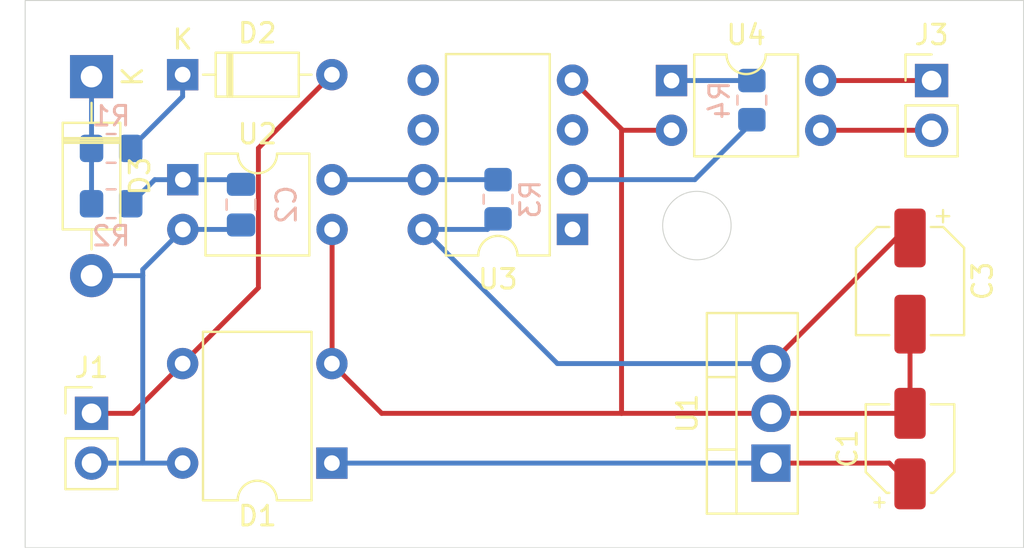
<source format=kicad_pcb>
(kicad_pcb (version 20221018) (generator pcbnew)
  (title_block (title "ocodonv") (date "2023-08-09") (rev "1.0") (company "movatica"))
  (layers (0 "F.Cu" signal) (31 "B.Cu" signal) (34 "B.Paste" user) (35 "F.Paste" user) (36 "B.SilkS" user "B.Silkscreen") (37 "F.SilkS" user "F.Silkscreen") (38 "B.Mask" user) (39 "F.Mask" user) (44 "Edge.Cuts" user))
  (net 0 "")
  (net 1 "GND")
  (net 2 "+3V3")
  (net 3 "PB3")
  (net 4 "TO")
  (net 5 "Net-(D3-A)")
  (net 6 "Net-(D1-+)")
  (net 7 "Net-(D3-K)")
  (net 8 "Net-(J3-Pin_1)")
  (net 9 "Net-(J3-Pin_2)")
  (net 14 "Net-(C2-Pad1)")
  (net 15 "Net-(D2-A)")
  (net 16 "Net-(D2-K)")
  (net 17 "Net-(R4-Pad1)")
  (footprint "Package_DIP:DIP-4_W7.62mm" (layer "F.Cu") (at 48.262051 19.276922)
    (fp_text reference "U4" (at 3.81 -2.33) (layer "F.SilkS"))
    (fp_text value "PC817")
    (fp_line (start 1.16 -1.33) (end 1.16 3.87) (stroke (width 0.12)) (layer "F.SilkS"))
    (fp_line (start 1.16 3.87) (end 6.46 3.87) (stroke (width 0.12)) (layer "F.SilkS"))
    (fp_line (start 2.81 -1.33) (end 1.16 -1.33) (stroke (width 0.12)) (layer "F.SilkS"))
    (fp_line (start 6.46 -1.33) (end 4.81 -1.33) (stroke (width 0.12)) (layer "F.SilkS"))
    (fp_line (start 6.46 3.87) (end 6.46 -1.33) (stroke (width 0.12)) (layer "F.SilkS"))
    (fp_arc (start 4.81 -1.33) (mid 3.81 -0.33) (end 2.81 -1.33) (stroke (width 0.12)) (layer "F.SilkS"))
    (pad "1" thru_hole rect (at 0 0) (size 1.6 1.6) (drill 0.8) (layers "*.Cu" "*.Mask") (net 17 "Net-(R4-Pad1)"))
    (pad "2" thru_hole oval (at 0 2.54) (size 1.6 1.6) (drill 0.8) (layers "*.Cu" "*.Mask") (net 1 "GND"))
    (pad "3" thru_hole oval (at 7.62 2.54) (size 1.6 1.6) (drill 0.8) (layers "*.Cu" "*.Mask") (net 9 "Net-(J3-Pin_2)"))
    (pad "4" thru_hole oval (at 7.62 0) (size 1.6 1.6) (drill 0.8) (layers "*.Cu" "*.Mask") (net 8 "Net-(J3-Pin_1)"))
  )
  (footprint "Diode_THT:D_DO-35_SOD27_P7.62mm_Horizontal" (layer "F.Cu") (at 23.305928 18.976922)
    (fp_text reference "D2" (at 3.81 -2.12) (layer "F.SilkS"))
    (fp_text value "1N4148")
    (fp_text user "K" (at 0 -1.8) (layer "F.SilkS"))
    (fp_line (start 1.04 0) (end 1.69 0) (stroke (width 0.12)) (layer "F.SilkS"))
    (fp_line (start 1.69 -1.12) (end 1.69 1.12) (stroke (width 0.12)) (layer "F.SilkS"))
    (fp_line (start 1.69 1.12) (end 5.93 1.12) (stroke (width 0.12)) (layer "F.SilkS"))
    (fp_line (start 2.29 -1.12) (end 2.29 1.12) (stroke (width 0.12)) (layer "F.SilkS"))
    (fp_line (start 2.41 -1.12) (end 2.41 1.12) (stroke (width 0.12)) (layer "F.SilkS"))
    (fp_line (start 2.53 -1.12) (end 2.53 1.12) (stroke (width 0.12)) (layer "F.SilkS"))
    (fp_line (start 5.93 -1.12) (end 1.69 -1.12) (stroke (width 0.12)) (layer "F.SilkS"))
    (fp_line (start 5.93 1.12) (end 5.93 -1.12) (stroke (width 0.12)) (layer "F.SilkS"))
    (fp_line (start 6.58 0) (end 5.93 0) (stroke (width 0.12)) (layer "F.SilkS"))
    (pad "1" thru_hole rect (at 0 0) (size 1.6 1.6) (drill 0.8) (layers "*.Cu" "*.Mask") (net 16 "Net-(D2-K)"))
    (pad "2" thru_hole oval (at 7.62 0) (size 1.6 1.6) (drill 0.8) (layers "*.Cu" "*.Mask") (net 15 "Net-(D2-A)"))
  )
  (footprint "Diode_THT:D_DO-41_SOD81_P10.16mm_Horizontal" (layer "F.Cu") (at 18.655607 19.076922 -90)
    (fp_text reference "D3" (at 5.08 -2.47 90) (layer "F.SilkS"))
    (fp_text value "1N4728A")
    (fp_text user "K" (at 0 -2.1 90) (layer "F.SilkS"))
    (fp_line (start 1.34 0) (end 2.36 0) (stroke (width 0.12)) (layer "F.SilkS"))
    (fp_line (start 2.36 -1.47) (end 2.36 1.47) (stroke (width 0.12)) (layer "F.SilkS"))
    (fp_line (start 2.36 1.47) (end 7.8 1.47) (stroke (width 0.12)) (layer "F.SilkS"))
    (fp_line (start 3.14 -1.47) (end 3.14 1.47) (stroke (width 0.12)) (layer "F.SilkS"))
    (fp_line (start 3.26 -1.47) (end 3.26 1.47) (stroke (width 0.12)) (layer "F.SilkS"))
    (fp_line (start 3.38 -1.47) (end 3.38 1.47) (stroke (width 0.12)) (layer "F.SilkS"))
    (fp_line (start 7.8 -1.47) (end 2.36 -1.47) (stroke (width 0.12)) (layer "F.SilkS"))
    (fp_line (start 7.8 1.47) (end 7.8 -1.47) (stroke (width 0.12)) (layer "F.SilkS"))
    (fp_line (start 8.82 0) (end 7.8 0) (stroke (width 0.12)) (layer "F.SilkS"))
    (pad "1" thru_hole rect (at 0 0 270) (size 2.2 2.2) (drill 1.1) (layers "*.Cu" "*.Mask") (net 7 "Net-(D3-K)"))
    (pad "2" thru_hole oval (at 10.16 0 270) (size 2.2 2.2) (drill 1.1) (layers "*.Cu" "*.Mask") (net 5 "Net-(D3-A)"))
  )
  (footprint "Capacitor_SMD:CP_Elec_5x5.4" (layer "F.Cu") (at 60.438278 29.513419 -90)
    (fp_text reference "C3" (at 0 -3.7 90) (layer "F.SilkS"))
    (fp_text value "100uF")
    (fp_line (start -3.625 -1.685) (end -3 -1.685) (stroke (width 0.12)) (layer "F.SilkS"))
    (fp_line (start -3.3125 -1.9975) (end -3.3125 -1.3725) (stroke (width 0.12)) (layer "F.SilkS"))
    (fp_line (start -2.76 -1.695563) (end -2.76 -1.06) (stroke (width 0.12)) (layer "F.SilkS"))
    (fp_line (start -2.76 -1.695563) (end -1.695563 -2.76) (stroke (width 0.12)) (layer "F.SilkS"))
    (fp_line (start -2.76 1.695563) (end -2.76 1.06) (stroke (width 0.12)) (layer "F.SilkS"))
    (fp_line (start -2.76 1.695563) (end -1.695563 2.76) (stroke (width 0.12)) (layer "F.SilkS"))
    (fp_line (start -1.695563 -2.76) (end 2.76 -2.76) (stroke (width 0.12)) (layer "F.SilkS"))
    (fp_line (start -1.695563 2.76) (end 2.76 2.76) (stroke (width 0.12)) (layer "F.SilkS"))
    (fp_line (start 2.76 -2.76) (end 2.76 -1.06) (stroke (width 0.12)) (layer "F.SilkS"))
    (fp_line (start 2.76 2.76) (end 2.76 1.06) (stroke (width 0.12)) (layer "F.SilkS"))
    (pad "1" smd roundrect (at -2.2 0 270) (size 3 1.6) (layers "F.Cu" "F.Paste" "F.Mask") (roundrect_rratio 0.15625) (net 2 "+3V3"))
    (pad "2" smd roundrect (at 2.2 0 270) (size 3 1.6) (layers "F.Cu" "F.Paste" "F.Mask") (roundrect_rratio 0.15625) (net 1 "GND"))
  )
  (footprint "Connector_PinHeader_2.54mm:PinHeader_1x02_P2.54mm_Vertical" (layer "F.Cu") (at 61.538278 19.276922)
    (fp_text reference "J3" (at 0 -2.33) (layer "F.SilkS"))
    (fp_text value "Conn_01x02")
    (fp_line (start -1.33 -1.33) (end 0 -1.33) (stroke (width 0.12)) (layer "F.SilkS"))
    (fp_line (start -1.33 0) (end -1.33 -1.33) (stroke (width 0.12)) (layer "F.SilkS"))
    (fp_line (start -1.33 1.27) (end -1.33 3.87) (stroke (width 0.12)) (layer "F.SilkS"))
    (fp_line (start -1.33 1.27) (end 1.33 1.27) (stroke (width 0.12)) (layer "F.SilkS"))
    (fp_line (start -1.33 3.87) (end 1.33 3.87) (stroke (width 0.12)) (layer "F.SilkS"))
    (fp_line (start 1.33 1.27) (end 1.33 3.87) (stroke (width 0.12)) (layer "F.SilkS"))
    (pad "1" thru_hole rect (at 0 0) (size 1.7 1.7) (drill 1) (layers "*.Cu" "*.Mask") (net 8 "Net-(J3-Pin_1)"))
    (pad "2" thru_hole oval (at 0 2.54) (size 1.7 1.7) (drill 1) (layers "*.Cu" "*.Mask") (net 9 "Net-(J3-Pin_2)"))
  )
  (footprint "Diode_THT:Diode_Bridge_DIP-4_W7.62mm_P5.08mm" (layer "F.Cu") (at 30.925928 38.806057 180)
    (fp_text reference "D1" (at 3.8 -2.7) (layer "F.SilkS"))
    (fp_text value "B125C800DM")
    (fp_line (start 1.04 -1.9) (end 1.04 6.7) (stroke (width 0.12)) (layer "F.SilkS"))
    (fp_line (start 1.04 6.7) (end 6.58 6.7) (stroke (width 0.12)) (layer "F.SilkS"))
    (fp_line (start 2.81 -1.9) (end 1.04 -1.9) (stroke (width 0.12)) (layer "F.SilkS"))
    (fp_line (start 6.58 -1.9) (end 4.81 -1.9) (stroke (width 0.12)) (layer "F.SilkS"))
    (fp_line (start 6.58 6.7) (end 6.58 -1.9) (stroke (width 0.12)) (layer "F.SilkS"))
    (fp_arc (start 4.81 -1.9) (mid 3.81 -0.9) (end 2.81 -1.9) (stroke (width 0.12)) (layer "F.SilkS"))
    (pad "1" thru_hole rect (at 0 0 180) (size 1.6 1.6) (drill 0.8) (layers "*.Cu" "*.Mask") (net 6 "Net-(D1-+)"))
    (pad "2" thru_hole oval (at 0 5.08 180) (size 1.6 1.6) (drill 0.8) (layers "*.Cu" "*.Mask") (net 1 "GND"))
    (pad "3" thru_hole oval (at 7.62 5.08 180) (size 1.6 1.6) (drill 0.8) (layers "*.Cu" "*.Mask") (net 15 "Net-(D2-A)"))
    (pad "4" thru_hole oval (at 7.62 0 180) (size 1.6 1.6) (drill 0.8) (layers "*.Cu" "*.Mask") (net 5 "Net-(D3-A)"))
  )
  (footprint "Package_TO_SOT_THT:TO-220-3_Vertical" (layer "F.Cu") (at 53.338244 38.806057 90)
    (fp_text reference "U1" (at 2.54 -4.27 90) (layer "F.SilkS"))
    (fp_text value "LM2937xT")
    (fp_line (start -2.58 -3.27) (end -2.58 1.371) (stroke (width 0.12)) (layer "F.SilkS"))
    (fp_line (start -2.58 -3.27) (end 7.66 -3.27) (stroke (width 0.12)) (layer "F.SilkS"))
    (fp_line (start -2.58 -1.76) (end 7.66 -1.76) (stroke (width 0.12)) (layer "F.SilkS"))
    (fp_line (start -2.58 1.371) (end 7.66 1.371) (stroke (width 0.12)) (layer "F.SilkS"))
    (fp_line (start 0.69 -3.27) (end 0.69 -1.76) (stroke (width 0.12)) (layer "F.SilkS"))
    (fp_line (start 4.391 -3.27) (end 4.391 -1.76) (stroke (width 0.12)) (layer "F.SilkS"))
    (fp_line (start 7.66 -3.27) (end 7.66 1.371) (stroke (width 0.12)) (layer "F.SilkS"))
    (pad "1" thru_hole rect (at 0 0 90) (size 1.905 2) (drill 1.1) (layers "*.Cu" "*.Mask") (net 6 "Net-(D1-+)"))
    (pad "2" thru_hole oval (at 2.54 0 90) (size 1.905 2) (drill 1.1) (layers "*.Cu" "*.Mask") (net 1 "GND"))
    (pad "3" thru_hole oval (at 5.08 0 90) (size 1.905 2) (drill 1.1) (layers "*.Cu" "*.Mask") (net 2 "+3V3"))
  )
  (footprint "Connector_PinHeader_2.54mm:PinHeader_1x02_P2.54mm_Vertical" (layer "F.Cu") (at 18.655607 36.266057)
    (fp_text reference "J1" (at 0 -2.33) (layer "F.SilkS"))
    (fp_text value "Conn_01x02")
    (fp_line (start -1.33 -1.33) (end 0 -1.33) (stroke (width 0.12)) (layer "F.SilkS"))
    (fp_line (start -1.33 0) (end -1.33 -1.33) (stroke (width 0.12)) (layer "F.SilkS"))
    (fp_line (start -1.33 1.27) (end -1.33 3.87) (stroke (width 0.12)) (layer "F.SilkS"))
    (fp_line (start -1.33 1.27) (end 1.33 1.27) (stroke (width 0.12)) (layer "F.SilkS"))
    (fp_line (start -1.33 3.87) (end 1.33 3.87) (stroke (width 0.12)) (layer "F.SilkS"))
    (fp_line (start 1.33 1.27) (end 1.33 3.87) (stroke (width 0.12)) (layer "F.SilkS"))
    (pad "1" thru_hole rect (at 0 0) (size 1.7 1.7) (drill 1) (layers "*.Cu" "*.Mask") (net 15 "Net-(D2-A)"))
    (pad "2" thru_hole oval (at 0 2.54) (size 1.7 1.7) (drill 1) (layers "*.Cu" "*.Mask") (net 5 "Net-(D3-A)"))
  )
  (footprint "Capacitor_SMD:CP_Elec_4x5.4" (layer "F.Cu") (at 60.438278 38.066057 90)
    (fp_text reference "C1" (at 0 -3.2 90) (layer "F.SilkS"))
    (fp_text value "1uF")
    (fp_line (start -3 -1.56) (end -2.5 -1.56) (stroke (width 0.12)) (layer "F.SilkS"))
    (fp_line (start -2.75 -1.81) (end -2.75 -1.31) (stroke (width 0.12)) (layer "F.SilkS"))
    (fp_line (start -2.26 -1.195563) (end -2.26 -1.06) (stroke (width 0.12)) (layer "F.SilkS"))
    (fp_line (start -2.26 -1.195563) (end -1.195563 -2.26) (stroke (width 0.12)) (layer "F.SilkS"))
    (fp_line (start -2.26 1.195563) (end -2.26 1.06) (stroke (width 0.12)) (layer "F.SilkS"))
    (fp_line (start -2.26 1.195563) (end -1.195563 2.26) (stroke (width 0.12)) (layer "F.SilkS"))
    (fp_line (start -1.195563 -2.26) (end 2.26 -2.26) (stroke (width 0.12)) (layer "F.SilkS"))
    (fp_line (start -1.195563 2.26) (end 2.26 2.26) (stroke (width 0.12)) (layer "F.SilkS"))
    (fp_line (start 2.26 -2.26) (end 2.26 -1.06) (stroke (width 0.12)) (layer "F.SilkS"))
    (fp_line (start 2.26 2.26) (end 2.26 1.06) (stroke (width 0.12)) (layer "F.SilkS"))
    (pad "1" smd roundrect (at -1.8 0 90) (size 2.6 1.6) (layers "F.Cu" "F.Paste" "F.Mask") (roundrect_rratio 0.15625) (net 6 "Net-(D1-+)"))
    (pad "2" smd roundrect (at 1.8 0 90) (size 2.6 1.6) (layers "F.Cu" "F.Paste" "F.Mask") (roundrect_rratio 0.15625) (net 1 "GND"))
  )
  (footprint "Package_DIP:DIP-8_W7.62mm" (layer "F.Cu") (at 43.208157 26.876922 180)
    (fp_text reference "U3" (at 3.81 -2.54) (layer "F.SilkS"))
    (fp_text value "ATtiny85-20PU")
    (fp_line (start 1.16 -1.33) (end 1.16 8.95) (stroke (width 0.12)) (layer "F.SilkS"))
    (fp_line (start 1.16 8.95) (end 6.46 8.95) (stroke (width 0.12)) (layer "F.SilkS"))
    (fp_line (start 2.81 -1.33) (end 1.16 -1.33) (stroke (width 0.12)) (layer "F.SilkS"))
    (fp_line (start 6.46 -1.33) (end 4.81 -1.33) (stroke (width 0.12)) (layer "F.SilkS"))
    (fp_line (start 6.46 8.95) (end 6.46 -1.33) (stroke (width 0.12)) (layer "F.SilkS"))
    (fp_arc (start 4.81 -1.33) (mid 3.81 -0.33) (end 2.81 -1.33) (stroke (width 0.12)) (layer "F.SilkS"))
    (pad "1" thru_hole rect locked (at 0 0 180) (size 1.6 1.6) (drill 0.8) (layers "*.Cu" "*.Mask"))
    (pad "2" thru_hole oval locked (at 0 2.54 180) (size 1.6 1.6) (drill 0.8) (layers "*.Cu" "*.Mask") (net 3 "PB3"))
    (pad "3" thru_hole oval locked (at 0 5.08 180) (size 1.6 1.6) (drill 0.8) (layers "*.Cu" "*.Mask"))
    (pad "4" thru_hole oval locked (at 0 7.62 180) (size 1.6 1.6) (drill 0.8) (layers "*.Cu" "*.Mask") (net 1 "GND"))
    (pad "5" thru_hole oval locked (at 7.62 7.62 180) (size 1.6 1.6) (drill 0.8) (layers "*.Cu" "*.Mask"))
    (pad "6" thru_hole oval locked (at 7.62 5.08 180) (size 1.6 1.6) (drill 0.8) (layers "*.Cu" "*.Mask"))
    (pad "7" thru_hole oval locked (at 7.62 2.54 180) (size 1.6 1.6) (drill 0.8) (layers "*.Cu" "*.Mask") (net 4 "TO"))
    (pad "8" thru_hole oval locked (at 7.62 0 180) (size 1.6 1.6) (drill 0.8) (layers "*.Cu" "*.Mask") (net 2 "+3V3"))
  )
  (footprint "Package_DIP:DIP-4_W7.62mm" (layer "F.Cu") (at 23.315928 24.337693)
    (fp_text reference "U2" (at 3.81 -2.33) (layer "F.SilkS"))
    (fp_text value "PC817")
    (fp_line (start 1.16 -1.33) (end 1.16 3.87) (stroke (width 0.12)) (layer "F.SilkS"))
    (fp_line (start 1.16 3.87) (end 6.46 3.87) (stroke (width 0.12)) (layer "F.SilkS"))
    (fp_line (start 2.81 -1.33) (end 1.16 -1.33) (stroke (width 0.12)) (layer "F.SilkS"))
    (fp_line (start 6.46 -1.33) (end 4.81 -1.33) (stroke (width 0.12)) (layer "F.SilkS"))
    (fp_line (start 6.46 3.87) (end 6.46 -1.33) (stroke (width 0.12)) (layer "F.SilkS"))
    (fp_arc (start 4.81 -1.33) (mid 3.81 -0.33) (end 2.81 -1.33) (stroke (width 0.12)) (layer "F.SilkS"))
    (pad "1" thru_hole rect (at 0 0) (size 1.6 1.6) (drill 0.8) (layers "*.Cu" "*.Mask") (net 14 "Net-(C2-Pad1)"))
    (pad "2" thru_hole oval (at 0 2.54) (size 1.6 1.6) (drill 0.8) (layers "*.Cu" "*.Mask") (net 5 "Net-(D3-A)"))
    (pad "3" thru_hole oval (at 7.62 2.54) (size 1.6 1.6) (drill 0.8) (layers "*.Cu" "*.Mask") (net 1 "GND"))
    (pad "4" thru_hole oval (at 7.62 0) (size 1.6 1.6) (drill 0.8) (layers "*.Cu" "*.Mask") (net 4 "TO"))
  )
  (footprint "Resistor_SMD:R_0805_2012Metric_Pad1.20x1.40mm_HandSolder" (layer "B.Cu") (at 19.655607 22.740892 180)
    (fp_text reference "R1" (at 0 1.65) (layer "B.SilkS") (effects (justify mirror)))
    (fp_text value "10k")
    (fp_line (start -0.227064 -0.735) (end 0.227064 -0.735) (stroke (width 0.12)) (layer "B.SilkS"))
    (fp_line (start -0.227064 0.735) (end 0.227064 0.735) (stroke (width 0.12)) (layer "B.SilkS"))
    (pad "1" smd roundrect (at -1 0 180) (size 1.2 1.4) (layers "B.Cu" "B.Paste" "B.Mask") (roundrect_rratio 0.208333) (net 16 "Net-(D2-K)"))
    (pad "2" smd roundrect (at 1 0 180) (size 1.2 1.4) (layers "B.Cu" "B.Paste" "B.Mask") (roundrect_rratio 0.208333) (net 7 "Net-(D3-K)"))
  )
  (footprint "Resistor_SMD:R_0805_2012Metric_Pad1.20x1.40mm_HandSolder" (layer "B.Cu") (at 39.408157 25.336922 90)
    (fp_text reference "R3" (at 0 1.65 90) (layer "B.SilkS") (effects (justify mirror)))
    (fp_text value "10k")
    (fp_line (start -0.227064 -0.735) (end 0.227064 -0.735) (stroke (width 0.12)) (layer "B.SilkS"))
    (fp_line (start -0.227064 0.735) (end 0.227064 0.735) (stroke (width 0.12)) (layer "B.SilkS"))
    (pad "1" smd roundrect (at -1 0 90) (size 1.2 1.4) (layers "B.Cu" "B.Paste" "B.Mask") (roundrect_rratio 0.208333) (net 2 "+3V3"))
    (pad "2" smd roundrect (at 1 0 90) (size 1.2 1.4) (layers "B.Cu" "B.Paste" "B.Mask") (roundrect_rratio 0.208333) (net 4 "TO"))
  )
  (footprint "Capacitor_SMD:C_0805_2012Metric_Pad1.18x1.45mm_HandSolder" (layer "B.Cu") (at 26.286485 25.612693 -90)
    (fp_text reference "C2" (at 0 -2.3175 90) (layer "B.SilkS") (effects (justify mirror)))
    (fp_text value "100nF")
    (fp_line (start -0.261252 -0.735) (end 0.261252 -0.735) (stroke (width 0.12)) (layer "B.SilkS"))
    (fp_line (start -0.261252 0.735) (end 0.261252 0.735) (stroke (width 0.12)) (layer "B.SilkS"))
    (pad "1" smd roundrect (at -1.0375 0 270) (size 1.175 1.45) (layers "B.Cu" "B.Paste" "B.Mask") (roundrect_rratio 0.212766) (net 14 "Net-(C2-Pad1)"))
    (pad "2" smd roundrect (at 1.0375 0 270) (size 1.175 1.45) (layers "B.Cu" "B.Paste" "B.Mask") (roundrect_rratio 0.212766) (net 5 "Net-(D3-A)"))
  )
  (footprint "Resistor_SMD:R_0805_2012Metric_Pad1.20x1.40mm_HandSolder" (layer "B.Cu") (at 19.655607 25.566238)
    (fp_text reference "R2" (at 0 1.65) (layer "B.SilkS") (effects (justify mirror)))
    (fp_text value "100")
    (fp_line (start -0.227064 -0.735) (end 0.227064 -0.735) (stroke (width 0.12)) (layer "B.SilkS"))
    (fp_line (start -0.227064 0.735) (end 0.227064 0.735) (stroke (width 0.12)) (layer "B.SilkS"))
    (pad "1" smd roundrect (at -1 0) (size 1.2 1.4) (layers "B.Cu" "B.Paste" "B.Mask") (roundrect_rratio 0.208333) (net 7 "Net-(D3-K)"))
    (pad "2" smd roundrect (at 1 0) (size 1.2 1.4) (layers "B.Cu" "B.Paste" "B.Mask") (roundrect_rratio 0.208333) (net 14 "Net-(C2-Pad1)"))
  )
  (footprint "Resistor_SMD:R_0805_2012Metric_Pad1.20x1.40mm_HandSolder" (layer "B.Cu") (at 52.362906 20.276922 -90)
    (fp_text reference "R4" (at 0 1.65 90) (layer "B.SilkS") (effects (justify mirror)))
    (fp_text value "100")
    (fp_line (start -0.227064 -0.735) (end 0.227064 -0.735) (stroke (width 0.12)) (layer "B.SilkS"))
    (fp_line (start -0.227064 0.735) (end 0.227064 0.735) (stroke (width 0.12)) (layer "B.SilkS"))
    (pad "1" smd roundrect (at -1 0 270) (size 1.2 1.4) (layers "B.Cu" "B.Paste" "B.Mask") (roundrect_rratio 0.208333) (net 17 "Net-(R4-Pad1)"))
    (pad "2" smd roundrect (at 1 0 270) (size 1.2 1.4) (layers "B.Cu" "B.Paste" "B.Mask") (roundrect_rratio 0.208333) (net 3 "PB3"))
  )
  (gr_circle (center 49.557081 26.680829) (end 50.875697 27.827451) (stroke (width 0.05)) (fill none) (layer "Edge.Cuts"))
  (gr_rect (start 15.269444 15.190642) (end 66.235401 43.126342) (stroke (width 0.05)) (fill none) (layer "Edge.Cuts"))
  (segment (start 45.628554 21.677319) (end 45.711769 21.760534) (width 0.25) (layer "F.Cu") (net 1))
  (segment (start 45.711769 21.760534) (end 45.711769 36.266057) (width 0.25) (layer "F.Cu") (net 1))
  (segment (start 60.438278 36.266057) (end 60.438278 31.713419) (width 0.25) (layer "F.Cu") (net 1))
  (segment (start 45.711769 36.266057) (end 33.465928 36.266057) (width 0.25) (layer "F.Cu") (net 1))
  (segment (start 53.338244 36.266057) (end 60.438278 36.266057) (width 0.25) (layer "F.Cu") (net 1))
  (segment (start 33.465928 36.266057) (end 30.925928 33.726057) (width 0.25) (layer "F.Cu") (net 1))
  (segment (start 30.935928 26.877693) (end 30.935928 33.716057) (width 0.25) (layer "F.Cu") (net 1))
  (segment (start 30.935928 33.716057) (end 30.925928 33.726057) (width 0.25) (layer "F.Cu") (net 1))
  (segment (start 48.262051 21.816922) (end 45.768157 21.816922) (width 0.25) (layer "F.Cu") (net 1))
  (segment (start 53.338244 36.266057) (end 45.711769 36.266057) (width 0.25) (layer "F.Cu") (net 1))
  (segment (start 45.768157 21.816922) (end 45.628554 21.677319) (width 0.25) (layer "F.Cu") (net 1))
  (segment (start 43.208157 19.256922) (end 45.628554 21.677319) (width 0.25) (layer "F.Cu") (net 1))
  (segment (start 60.438278 27.313419) (end 59.750882 27.313419) (width 0.25) (layer "F.Cu") (net 2))
  (segment (start 59.750882 27.313419) (end 53.338244 33.726057) (width 0.25) (layer "F.Cu") (net 2))
  (segment (start 39.408157 26.336922) (end 38.868157 26.876922) (width 0.25) (layer "B.Cu") (net 2))
  (segment (start 42.437292 33.726057) (end 35.588157 26.876922) (width 0.25) (layer "B.Cu") (net 2))
  (segment (start 53.338244 33.726057) (end 42.437292 33.726057) (width 0.25) (layer "B.Cu") (net 2))
  (segment (start 38.868157 26.876922) (end 35.588157 26.876922) (width 0.25) (layer "B.Cu") (net 2))
  (segment (start 49.454086 24.336922) (end 43.208157 24.336922) (width 0.25) (layer "B.Cu") (net 3))
  (segment (start 52.362906 21.276922) (end 52.362906 21.428102) (width 0.25) (layer "B.Cu") (net 3))
  (segment (start 52.362906 21.428102) (end 49.454086 24.336922) (width 0.25) (layer "B.Cu") (net 3))
  (segment (start 39.408157 24.336922) (end 35.588157 24.336922) (width 0.25) (layer "B.Cu") (net 4))
  (segment (start 30.936699 24.336922) (end 30.935928 24.337693) (width 0.25) (layer "B.Cu") (net 4))
  (segment (start 35.588157 24.336922) (end 30.936699 24.336922) (width 0.25) (layer "B.Cu") (net 4))
  (segment (start 21.269954 29.228173) (end 21.269954 38.806057) (width 0.25) (layer "B.Cu") (net 5))
  (segment (start 21.269954 28.923667) (end 21.269954 29.228173) (width 0.25) (layer "B.Cu") (net 5))
  (segment (start 21.269954 38.806057) (end 18.655607 38.806057) (width 0.25) (layer "B.Cu") (net 5))
  (segment (start 21.261205 29.236922) (end 21.269954 29.228173) (width 0.25) (layer "B.Cu") (net 5))
  (segment (start 23.315928 26.877693) (end 26.058985 26.877693) (width 0.25) (layer "B.Cu") (net 5))
  (segment (start 26.058985 26.877693) (end 26.286485 26.650193) (width 0.25) (layer "B.Cu") (net 5))
  (segment (start 18.655607 29.236922) (end 21.261205 29.236922) (width 0.25) (layer "B.Cu") (net 5))
  (segment (start 23.315928 26.877693) (end 21.269954 28.923667) (width 0.25) (layer "B.Cu") (net 5))
  (segment (start 23.305928 38.806057) (end 21.269954 38.806057) (width 0.25) (layer "B.Cu") (net 5))
  (segment (start 53.338244 38.806057) (end 59.378278 38.806057) (width 0.25) (layer "F.Cu") (net 6))
  (segment (start 59.378278 38.806057) (end 60.438278 39.866057) (width 0.25) (layer "F.Cu") (net 6))
  (segment (start 53.338244 38.806057) (end 30.925928 38.806057) (width 0.25) (layer "B.Cu") (net 6))
  (segment (start 18.655607 22.740892) (end 18.655607 19.076922) (width 0.25) (layer "B.Cu") (net 7))
  (segment (start 18.655607 25.566238) (end 18.655607 22.740892) (width 0.25) (layer "B.Cu") (net 7))
  (segment (start 61.538278 19.276922) (end 55.882051 19.276922) (width 0.25) (layer "F.Cu") (net 8))
  (segment (start 55.882051 21.816922) (end 61.538278 21.816922) (width 0.25) (layer "F.Cu") (net 9))
  (segment (start 21.884152 24.337693) (end 20.655607 25.566238) (width 0.25) (layer "B.Cu") (net 14))
  (segment (start 26.048985 24.337693) (end 23.315928 24.337693) (width 0.25) (layer "B.Cu") (net 14))
  (segment (start 23.315928 24.337693) (end 21.884152 24.337693) (width 0.25) (layer "B.Cu") (net 14))
  (segment (start 26.286485 24.575193) (end 26.048985 24.337693) (width 0.25) (layer "B.Cu") (net 14))
  (segment (start 30.925928 18.976922) (end 27.173943 22.728907) (width 0.25) (layer "F.Cu") (net 15))
  (segment (start 20.765928 36.266057) (end 23.305928 33.726057) (width 0.25) (layer "F.Cu") (net 15))
  (segment (start 18.655607 36.266057) (end 20.765928 36.266057) (width 0.25) (layer "F.Cu") (net 15))
  (segment (start 27.173943 22.728907) (end 27.173943 29.858042) (width 0.25) (layer "F.Cu") (net 15))
  (segment (start 27.173943 29.858042) (end 23.305928 33.726057) (width 0.25) (layer "F.Cu") (net 15))
  (segment (start 23.305928 20.090571) (end 20.655607 22.740892) (width 0.25) (layer "B.Cu") (net 16))
  (segment (start 23.305928 18.976922) (end 23.305928 20.090571) (width 0.25) (layer "B.Cu") (net 16))
  (segment (start 52.362906 19.276922) (end 48.262051 19.276922) (width 0.25) (layer "B.Cu") (net 17))
)
</source>
